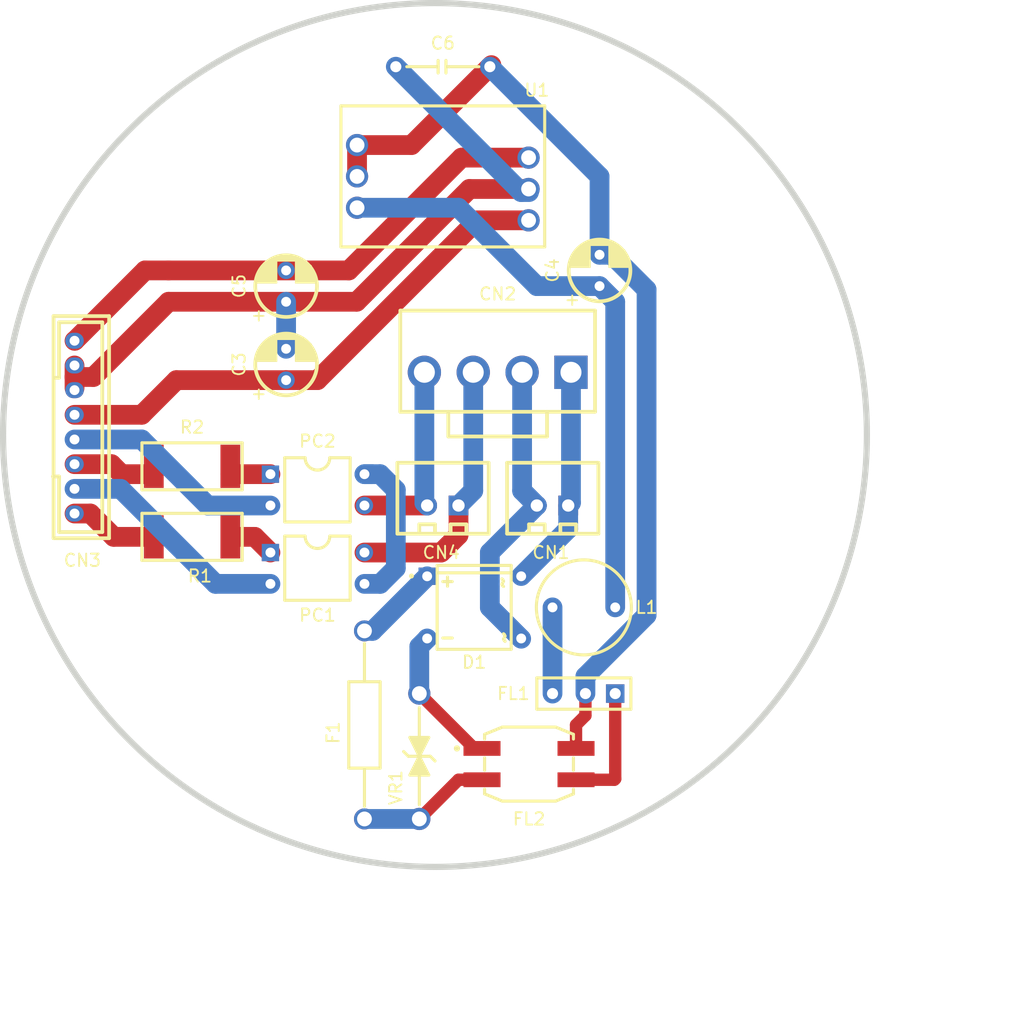
<source format=kicad_pcb>
(kicad_pcb (version 20171130) (host pcbnew "(5.1.10)-1")

  (general
    (thickness 1.6)
    (drawings 6)
    (tracks 92)
    (zones 0)
    (modules 23)
    (nets 22)
  )

  (page A4)
  (layers
    (0 F.Cu signal)
    (31 B.Cu signal)
    (32 B.Adhes user)
    (33 F.Adhes user)
    (34 B.Paste user)
    (35 F.Paste user)
    (36 B.SilkS user)
    (37 F.SilkS user)
    (38 B.Mask user)
    (39 F.Mask user)
    (40 Dwgs.User user)
    (41 Cmts.User user)
    (42 Eco1.User user)
    (43 Eco2.User user)
    (44 Edge.Cuts user)
    (45 Margin user)
    (46 B.CrtYd user)
    (47 F.CrtYd user)
    (48 B.Fab user)
    (49 F.Fab user hide)
  )

  (setup
    (last_trace_width 0.25)
    (user_trace_width 0.5)
    (user_trace_width 1)
    (user_trace_width 1.6)
    (trace_clearance 0.2)
    (zone_clearance 0.508)
    (zone_45_only no)
    (trace_min 0.2)
    (via_size 0.8)
    (via_drill 0.4)
    (via_min_size 0.4)
    (via_min_drill 0.3)
    (user_via 0.6 0.3)
    (user_via 1 0.5)
    (uvia_size 0.3)
    (uvia_drill 0.1)
    (uvias_allowed no)
    (uvia_min_size 0.2)
    (uvia_min_drill 0.1)
    (edge_width 0.05)
    (segment_width 0.2)
    (pcb_text_width 0.3)
    (pcb_text_size 1.5 1.5)
    (mod_edge_width 0.12)
    (mod_text_size 1 1)
    (mod_text_width 0.15)
    (pad_size 3.5 3.5)
    (pad_drill 3.5)
    (pad_to_mask_clearance 0)
    (aux_axis_origin 0 0)
    (visible_elements 7FFFFFFF)
    (pcbplotparams
      (layerselection 0x010fc_ffffffff)
      (usegerberextensions false)
      (usegerberattributes true)
      (usegerberadvancedattributes true)
      (creategerberjobfile true)
      (excludeedgelayer true)
      (linewidth 0.100000)
      (plotframeref false)
      (viasonmask false)
      (mode 1)
      (useauxorigin false)
      (hpglpennumber 1)
      (hpglpenspeed 20)
      (hpglpendiameter 15.000000)
      (psnegative false)
      (psa4output false)
      (plotreference true)
      (plotvalue true)
      (plotinvisibletext false)
      (padsonsilk false)
      (subtractmaskfromsilk false)
      (outputformat 1)
      (mirror false)
      (drillshape 1)
      (scaleselection 1)
      (outputdirectory ""))
  )

  (net 0 "")
  (net 1 +12V)
  (net 2 GND)
  (net 3 "Net-(C4-Pad1)")
  (net 4 -12V)
  (net 5 "Net-(CN1-Pad2)")
  (net 6 "Net-(CN1-Pad1)")
  (net 7 /TRIP_P)
  (net 8 /TRIP_N)
  (net 9 /O_C_N2)
  (net 10 /O_C_P2)
  (net 11 /O_C_N1)
  (net 12 /O_C_P1)
  (net 13 "Net-(D1-Pad1)")
  (net 14 "Net-(D1-Pad4)")
  (net 15 "Net-(F1-Pad2)")
  (net 16 "Net-(FL1-Pad3)")
  (net 17 "Net-(FL1-Pad1)")
  (net 18 "Net-(PC1-Pad1)")
  (net 19 "Net-(PC1-Pad3)")
  (net 20 "Net-(PC2-Pad1)")
  (net 21 "Net-(C4-Pad2)")

  (net_class Default "This is the default net class."
    (clearance 0.2)
    (trace_width 0.25)
    (via_dia 0.8)
    (via_drill 0.4)
    (uvia_dia 0.3)
    (uvia_drill 0.1)
    (add_net +12V)
    (add_net -12V)
    (add_net /O_C_N1)
    (add_net /O_C_N2)
    (add_net /O_C_P1)
    (add_net /O_C_P2)
    (add_net /TRIP_N)
    (add_net /TRIP_P)
    (add_net GND)
    (add_net "Net-(C4-Pad1)")
    (add_net "Net-(C4-Pad2)")
    (add_net "Net-(CN1-Pad1)")
    (add_net "Net-(CN1-Pad2)")
    (add_net "Net-(D1-Pad1)")
    (add_net "Net-(D1-Pad4)")
    (add_net "Net-(F1-Pad2)")
    (add_net "Net-(FL1-Pad1)")
    (add_net "Net-(FL1-Pad3)")
    (add_net "Net-(PC1-Pad1)")
    (add_net "Net-(PC1-Pad3)")
    (add_net "Net-(PC2-Pad1)")
  )

  (module C:10uF-16v (layer F.Cu) (tedit 620F42B1) (tstamp 62432FB9)
    (at 127.635 92.075 90)
    (path /62447313)
    (fp_text reference C5 (at 0 -3.81 90) (layer F.SilkS)
      (effects (font (size 1 1) (thickness 0.15)))
    )
    (fp_text value 47uF/25V (at -5.842 -3.548 90) (layer F.Fab)
      (effects (font (size 1 1) (thickness 0.15)))
    )
    (fp_circle (center 0 0) (end 2.5 0) (layer F.SilkS) (width 0.3))
    (fp_poly (pts (xy 0.889 -2.413) (xy 1.778 -1.778) (xy 2.413 -0.762) (xy 2.413 0.762)
      (xy 1.651 2.032) (xy 0.254 2.413) (xy 0.254 0.762) (xy 2.032 0.762)
      (xy 2.032 -0.762) (xy 0.254 -0.762) (xy 0.254 -2.54)) (layer F.SilkS) (width 0.1))
    (fp_text user + (at -2.413 -2.286 90) (layer F.SilkS)
      (effects (font (size 1 1) (thickness 0.15)))
    )
    (pad 2 thru_hole circle (at 1.27 0 90) (size 1.4 1.4) (drill 0.8) (layers *.Cu *.Mask)
      (net 4 -12V))
    (pad 1 thru_hole circle (at -1.27 0 90) (size 1.4 1.4) (drill 0.8) (layers *.Cu *.Mask)
      (net 2 GND))
  )

  (module C:10uF-16v (layer F.Cu) (tedit 620F42B1) (tstamp 62433C1D)
    (at 153.035 90.805 90)
    (path /62427F4B)
    (fp_text reference C4 (at 0 -3.81 90) (layer F.SilkS)
      (effects (font (size 1 1) (thickness 0.15)))
    )
    (fp_text value 4.7uF/50V (at -5.842 -3.548 90) (layer F.Fab)
      (effects (font (size 1 1) (thickness 0.15)))
    )
    (fp_circle (center 0 0) (end 2.5 0) (layer F.SilkS) (width 0.3))
    (fp_poly (pts (xy 0.889 -2.413) (xy 1.778 -1.778) (xy 2.413 -0.762) (xy 2.413 0.762)
      (xy 1.651 2.032) (xy 0.254 2.413) (xy 0.254 0.762) (xy 2.032 0.762)
      (xy 2.032 -0.762) (xy 0.254 -0.762) (xy 0.254 -2.54)) (layer F.SilkS) (width 0.1))
    (fp_text user + (at -2.413 -2.286 90) (layer F.SilkS)
      (effects (font (size 1 1) (thickness 0.15)))
    )
    (pad 2 thru_hole circle (at 1.27 0 90) (size 1.4 1.4) (drill 0.8) (layers *.Cu *.Mask)
      (net 21 "Net-(C4-Pad2)"))
    (pad 1 thru_hole circle (at -1.27 0 90) (size 1.4 1.4) (drill 0.8) (layers *.Cu *.Mask)
      (net 3 "Net-(C4-Pad1)"))
  )

  (module C:10uF-16v (layer F.Cu) (tedit 620F42B1) (tstamp 62432D78)
    (at 127.635 98.425 90)
    (path /62447108)
    (fp_text reference C3 (at 0 -3.81 90) (layer F.SilkS)
      (effects (font (size 1 1) (thickness 0.15)))
    )
    (fp_text value 47uF/25V (at -5.842 -3.548 90) (layer F.Fab)
      (effects (font (size 1 1) (thickness 0.15)))
    )
    (fp_circle (center 0 0) (end 2.5 0) (layer F.SilkS) (width 0.3))
    (fp_poly (pts (xy 0.889 -2.413) (xy 1.778 -1.778) (xy 2.413 -0.762) (xy 2.413 0.762)
      (xy 1.651 2.032) (xy 0.254 2.413) (xy 0.254 0.762) (xy 2.032 0.762)
      (xy 2.032 -0.762) (xy 0.254 -0.762) (xy 0.254 -2.54)) (layer F.SilkS) (width 0.1))
    (fp_text user + (at -2.413 -2.286 90) (layer F.SilkS)
      (effects (font (size 1 1) (thickness 0.15)))
    )
    (pad 2 thru_hole circle (at 1.27 0 90) (size 1.4 1.4) (drill 0.8) (layers *.Cu *.Mask)
      (net 2 GND))
    (pad 1 thru_hole circle (at -1.27 0 90) (size 1.4 1.4) (drill 0.8) (layers *.Cu *.Mask)
      (net 1 +12V))
  )

  (module MountingHole:MountingHole_3.5mm (layer F.Cu) (tedit 56D1B4CB) (tstamp 624327CF)
    (at 119.7 84.14)
    (descr "Mounting Hole 3.5mm, no annular")
    (tags "mounting hole 3.5mm no annular")
    (attr virtual)
    (fp_text reference REF** (at 0 -4.5) (layer F.SilkS) hide
      (effects (font (size 1 1) (thickness 0.15)))
    )
    (fp_text value MountingHole_3.5mm (at 0 4.5) (layer F.Fab) hide
      (effects (font (size 1 1) (thickness 0.15)))
    )
    (fp_circle (center 0 0) (end 3.75 0) (layer F.CrtYd) (width 0.05))
    (fp_circle (center 0 0) (end 3.5 0) (layer Cmts.User) (width 0.15))
    (fp_text user %R (at 0.3 0) (layer F.Fab) hide
      (effects (font (size 1 1) (thickness 0.15)))
    )
    (pad 1 np_thru_hole circle (at 0 0) (size 3.5 3.5) (drill 3.5) (layers *.Cu *.Mask))
  )

  (module MountingHole:MountingHole_3.5mm (layer F.Cu) (tedit 56D1B4CB) (tstamp 62432760)
    (at 119.7 124.14)
    (descr "Mounting Hole 3.5mm, no annular")
    (tags "mounting hole 3.5mm no annular")
    (attr virtual)
    (fp_text reference REF** (at 0 -4.5) (layer F.SilkS) hide
      (effects (font (size 1 1) (thickness 0.15)))
    )
    (fp_text value MountingHole_3.5mm (at 0 4.5) (layer F.Fab) hide
      (effects (font (size 1 1) (thickness 0.15)))
    )
    (fp_circle (center 0 0) (end 3.75 0) (layer F.CrtYd) (width 0.05))
    (fp_circle (center 0 0) (end 3.5 0) (layer Cmts.User) (width 0.15))
    (fp_text user %R (at 0.3 0) (layer F.Fab) hide
      (effects (font (size 1 1) (thickness 0.15)))
    )
    (pad 1 np_thru_hole circle (at 0 0) (size 3.5 3.5) (drill 3.5) (layers *.Cu *.Mask))
  )

  (module MountingHole:MountingHole_3.5mm (layer F.Cu) (tedit 56D1B4CB) (tstamp 62432760)
    (at 159.7 124.14)
    (descr "Mounting Hole 3.5mm, no annular")
    (tags "mounting hole 3.5mm no annular")
    (attr virtual)
    (fp_text reference REF** (at 0 -4.5) (layer F.SilkS) hide
      (effects (font (size 1 1) (thickness 0.15)))
    )
    (fp_text value MountingHole_3.5mm (at 0 4.5) (layer F.Fab) hide
      (effects (font (size 1 1) (thickness 0.15)))
    )
    (fp_circle (center 0 0) (end 3.75 0) (layer F.CrtYd) (width 0.05))
    (fp_circle (center 0 0) (end 3.5 0) (layer Cmts.User) (width 0.15))
    (fp_text user %R (at 0.3 0) (layer F.Fab) hide
      (effects (font (size 1 1) (thickness 0.15)))
    )
    (pad 1 np_thru_hole circle (at 0 0) (size 3.5 3.5) (drill 3.5) (layers *.Cu *.Mask))
  )

  (module MountingHole:MountingHole_3.5mm (layer F.Cu) (tedit 56D1B4CB) (tstamp 6243271E)
    (at 159.7 84.14)
    (descr "Mounting Hole 3.5mm, no annular")
    (tags "mounting hole 3.5mm no annular")
    (attr virtual)
    (fp_text reference REF** (at 0 -4.5) (layer F.SilkS) hide
      (effects (font (size 1 1) (thickness 0.15)))
    )
    (fp_text value MountingHole_3.5mm (at 0 4.5) (layer F.Fab) hide
      (effects (font (size 1 1) (thickness 0.15)))
    )
    (fp_circle (center 0 0) (end 3.75 0) (layer F.CrtYd) (width 0.05))
    (fp_circle (center 0 0) (end 3.5 0) (layer Cmts.User) (width 0.15))
    (fp_text user %R (at 0.3 0) (layer F.Fab) hide
      (effects (font (size 1 1) (thickness 0.15)))
    )
    (pad 1 np_thru_hole circle (at 0 0) (size 3.5 3.5) (drill 3.5) (layers *.Cu *.Mask))
  )

  (module Diode_custom:z2033 (layer F.Cu) (tedit 62428B75) (tstamp 62432281)
    (at 138.43 130.175 90)
    (path /62426C2B)
    (fp_text reference VR1 (at -2.54 -1.905 90) (layer F.SilkS)
      (effects (font (size 1 1) (thickness 0.15)))
    )
    (fp_text value Z2033 (at 0.127 -3.548 90) (layer F.Fab)
      (effects (font (size 1 1) (thickness 0.15)))
    )
    (fp_poly (pts (xy 0 0) (xy 1.524 -0.762) (xy 1.524 0.635)) (layer F.SilkS) (width 0.1))
    (fp_poly (pts (xy 0 0) (xy -1.524 0.762) (xy -1.524 -0.635)) (layer F.SilkS) (width 0.1))
    (fp_line (start -1.524 0) (end -3.937 0) (layer F.SilkS) (width 0.25))
    (fp_line (start 1.524 0) (end 3.937 0) (layer F.SilkS) (width 0.25))
    (fp_line (start 0.381 -1.27) (end 0 -0.889) (layer F.SilkS) (width 0.25))
    (fp_line (start 0 0.889) (end -0.381 1.27) (layer F.SilkS) (width 0.25))
    (fp_line (start 0 -0.889) (end 0 0.889) (layer F.SilkS) (width 0.25))
    (fp_line (start 0 0) (end 1.524 0.762) (layer F.SilkS) (width 0.25))
    (fp_line (start 1.524 -0.762) (end 0 0) (layer F.SilkS) (width 0.25))
    (fp_line (start 1.524 0.762) (end 1.524 -0.762) (layer F.SilkS) (width 0.25))
    (fp_line (start 0 0) (end -1.524 -0.762) (layer F.SilkS) (width 0.25))
    (fp_line (start -1.524 0.762) (end 0 0) (layer F.SilkS) (width 0.25))
    (fp_line (start -1.524 -0.762) (end -1.524 0.762) (layer F.SilkS) (width 0.25))
    (pad 2 thru_hole circle (at 5.08 0 90) (size 1.8 1.8) (drill 1.2) (layers *.Cu *.Mask)
      (net 14 "Net-(D1-Pad4)"))
    (pad 1 thru_hole circle (at -5.08 0 90) (size 1.8 1.8) (drill 1.2) (layers *.Cu *.Mask)
      (net 15 "Net-(F1-Pad2)"))
  )

  (module DC-DC_Converter:CCG3-24-12DF (layer F.Cu) (tedit 62428774) (tstamp 6243226E)
    (at 140.335 83.185)
    (path /62428241)
    (fp_text reference U1 (at 7.62 -6.985) (layer F.SilkS)
      (effects (font (size 1 1) (thickness 0.15)))
    )
    (fp_text value CCG3-24-12DF (at -1.27 -11.168) (layer F.Fab)
      (effects (font (size 1 1) (thickness 0.15)))
    )
    (fp_line (start 8.255 -5.715) (end 8.255 5.715) (layer F.SilkS) (width 0.25))
    (fp_line (start -8.255 -5.715) (end -8.255 5.715) (layer F.SilkS) (width 0.25))
    (fp_line (start 8.255 -5.715) (end -8.255 -5.715) (layer F.SilkS) (width 0.25))
    (fp_line (start 8.255 5.715) (end -8.255 5.715) (layer F.SilkS) (width 0.25))
    (pad 6 thru_hole circle (at 6.95 3.56) (size 1.8 1.8) (drill 1.2) (layers *.Cu *.Mask)
      (net 1 +12V))
    (pad 4 thru_hole circle (at 6.95 -1.52) (size 1.8 1.8) (drill 1.2) (layers *.Cu *.Mask)
      (net 4 -12V))
    (pad 5 thru_hole circle (at 6.95 1.02) (size 1.8 1.8) (drill 1.2) (layers *.Cu *.Mask)
      (net 2 GND))
    (pad 3 thru_hole circle (at -6.95 2.54) (size 1.8 1.8) (drill 1.2) (layers *.Cu *.Mask)
      (net 3 "Net-(C4-Pad1)"))
    (pad 2 thru_hole circle (at -6.95 0) (size 1.8 1.8) (drill 1.2) (layers *.Cu *.Mask)
      (net 21 "Net-(C4-Pad2)"))
    (pad 1 thru_hole circle (at -6.95 -2.54) (size 1.8 1.8) (drill 1.2) (layers *.Cu *.Mask)
      (net 21 "Net-(C4-Pad2)"))
  )

  (module R:RK73-2512 (layer F.Cu) (tedit 624273C7) (tstamp 62433DA9)
    (at 120.015 106.68)
    (path /6248E99B)
    (fp_text reference R2 (at 0 -3.175) (layer F.SilkS)
      (effects (font (size 1 1) (thickness 0.15)))
    )
    (fp_text value "510 1W" (at 0.635 -6.85) (layer F.Fab)
      (effects (font (size 1 1) (thickness 0.15)))
    )
    (fp_line (start -4.064 1.905) (end 4.064 1.905) (layer F.SilkS) (width 0.25))
    (fp_line (start -4.064 -1.905) (end 4.064 -1.905) (layer F.SilkS) (width 0.25))
    (fp_line (start 4.064 -1.905) (end 4.064 1.905) (layer F.SilkS) (width 0.25))
    (fp_line (start -4.064 -1.905) (end -4.064 1.905) (layer F.SilkS) (width 0.25))
    (pad 1 smd rect (at -3.1 0) (size 1.6 3.5) (layers F.Cu F.Paste F.Mask)
      (net 10 /O_C_P2))
    (pad 2 smd rect (at 3.1 0) (size 1.6 3.5) (layers F.Cu F.Paste F.Mask)
      (net 20 "Net-(PC2-Pad1)"))
  )

  (module R:RK73-2512 (layer F.Cu) (tedit 624273C7) (tstamp 62432256)
    (at 120.015 112.395)
    (path /62428DF8)
    (fp_text reference R1 (at 0.635 3.175) (layer F.SilkS)
      (effects (font (size 1 1) (thickness 0.15)))
    )
    (fp_text value "510 1W" (at 0.635 -6.85) (layer F.Fab)
      (effects (font (size 1 1) (thickness 0.15)))
    )
    (fp_line (start -4.064 1.905) (end 4.064 1.905) (layer F.SilkS) (width 0.25))
    (fp_line (start -4.064 -1.905) (end 4.064 -1.905) (layer F.SilkS) (width 0.25))
    (fp_line (start 4.064 -1.905) (end 4.064 1.905) (layer F.SilkS) (width 0.25))
    (fp_line (start -4.064 -1.905) (end -4.064 1.905) (layer F.SilkS) (width 0.25))
    (pad 1 smd rect (at -3.1 0) (size 1.6 3.5) (layers F.Cu F.Paste F.Mask)
      (net 12 /O_C_P1))
    (pad 2 smd rect (at 3.1 0) (size 1.6 3.5) (layers F.Cu F.Paste F.Mask)
      (net 18 "Net-(PC1-Pad1)"))
  )

  (module PhotoCoupler:PC817X3NSZ0F (layer F.Cu) (tedit 624270C6) (tstamp 6243224C)
    (at 126.365 107.315)
    (path /6248E995)
    (fp_text reference PC2 (at 3.81 -2.675) (layer F.SilkS)
      (effects (font (size 1 1) (thickness 0.15)))
    )
    (fp_text value PC817X3NSZ0F (at 3.81 -3.675) (layer F.Fab)
      (effects (font (size 1 1) (thickness 0.15)))
    )
    (fp_line (start 1.16 -1.33) (end 1.16 3.87) (layer F.SilkS) (width 0.25))
    (fp_line (start 6.46 -1.33) (end 4.81 -1.33) (layer F.SilkS) (width 0.25))
    (fp_line (start 2.81 -1.33) (end 1.16 -1.33) (layer F.SilkS) (width 0.25))
    (fp_line (start 1.16 3.87) (end 6.46 3.87) (layer F.SilkS) (width 0.25))
    (fp_line (start 6.46 3.87) (end 6.46 -1.33) (layer F.SilkS) (width 0.25))
    (fp_arc (start 3.81 -1.33) (end 2.81 -1.33) (angle -180) (layer F.SilkS) (width 0.25))
    (pad 1 thru_hole rect (at 0 0) (size 1.4 1.4) (drill 0.8) (layers *.Cu *.Mask)
      (net 20 "Net-(PC2-Pad1)"))
    (pad 3 thru_hole circle (at 7.62 2.54) (size 1.4 1.4) (drill 0.8) (layers *.Cu *.Mask)
      (net 8 /TRIP_N))
    (pad 2 thru_hole circle (at 0 2.54) (size 1.4 1.4) (drill 0.8) (layers *.Cu *.Mask)
      (net 9 /O_C_N2))
    (pad 4 thru_hole circle (at 7.62 0) (size 1.4 1.4) (drill 0.8) (layers *.Cu *.Mask)
      (net 19 "Net-(PC1-Pad3)"))
  )

  (module PhotoCoupler:PC817X3NSZ0F (layer F.Cu) (tedit 624270C6) (tstamp 6243223E)
    (at 126.365 113.665)
    (path /62423706)
    (fp_text reference PC1 (at 3.81 5.08) (layer F.SilkS)
      (effects (font (size 1 1) (thickness 0.15)))
    )
    (fp_text value PC817X3NSZ0F (at 3.81 -3.675) (layer F.Fab)
      (effects (font (size 1 1) (thickness 0.15)))
    )
    (fp_line (start 1.16 -1.33) (end 1.16 3.87) (layer F.SilkS) (width 0.25))
    (fp_line (start 6.46 -1.33) (end 4.81 -1.33) (layer F.SilkS) (width 0.25))
    (fp_line (start 2.81 -1.33) (end 1.16 -1.33) (layer F.SilkS) (width 0.25))
    (fp_line (start 1.16 3.87) (end 6.46 3.87) (layer F.SilkS) (width 0.25))
    (fp_line (start 6.46 3.87) (end 6.46 -1.33) (layer F.SilkS) (width 0.25))
    (fp_arc (start 3.81 -1.33) (end 2.81 -1.33) (angle -180) (layer F.SilkS) (width 0.25))
    (pad 1 thru_hole rect (at 0 0) (size 1.4 1.4) (drill 0.8) (layers *.Cu *.Mask)
      (net 18 "Net-(PC1-Pad1)"))
    (pad 3 thru_hole circle (at 7.62 2.54) (size 1.4 1.4) (drill 0.8) (layers *.Cu *.Mask)
      (net 19 "Net-(PC1-Pad3)"))
    (pad 2 thru_hole circle (at 0 2.54) (size 1.4 1.4) (drill 0.8) (layers *.Cu *.Mask)
      (net 11 /O_C_N1))
    (pad 4 thru_hole circle (at 7.62 0) (size 1.4 1.4) (drill 0.8) (layers *.Cu *.Mask)
      (net 7 /TRIP_P))
  )

  (module Inductance:TSL0709RA-220K1R3 (layer F.Cu) (tedit 62426F19) (tstamp 62432230)
    (at 151.765 118.11)
    (path /62427640)
    (fp_text reference L1 (at 5.08 0) (layer F.SilkS)
      (effects (font (size 1 1) (thickness 0.15)))
    )
    (fp_text value 22uH (at 0 -10.787) (layer F.Fab)
      (effects (font (size 1 1) (thickness 0.15)))
    )
    (fp_circle (center 0 0) (end 3.85 0) (layer F.SilkS) (width 0.25))
    (pad 2 thru_hole circle (at 2.54 0) (size 1.4 1.4) (drill 0.8) (layers *.Cu *.Mask)
      (net 3 "Net-(C4-Pad1)"))
    (pad 1 thru_hole circle (at -2.54 0) (size 1.4 1.4) (drill 0.8) (layers *.Cu *.Mask)
      (net 16 "Net-(FL1-Pad3)"))
  )

  (module PowerFilter:50225C (layer F.Cu) (tedit 62426D05) (tstamp 62433F20)
    (at 147.32 130.81)
    (path /624421B5)
    (fp_text reference FL2 (at 0 4.445) (layer F.SilkS)
      (effects (font (size 1 1) (thickness 0.15)))
    )
    (fp_text value 50225C (at 0 -7.485) (layer F.Fab)
      (effects (font (size 1 1) (thickness 0.15)))
    )
    (fp_line (start 3.6 -2.413) (end 2.159 -3) (layer F.SilkS) (width 0.25))
    (fp_line (start -2.159 -3) (end 2.159 -3) (layer F.SilkS) (width 0.25))
    (fp_line (start -3.6 -2.413) (end -2.159 -3) (layer F.SilkS) (width 0.25))
    (fp_line (start -3.6 -2.413) (end -3.6 -2.032) (layer F.SilkS) (width 0.25))
    (fp_line (start 3.6 -2.413) (end 3.6 -2.032) (layer F.SilkS) (width 0.25))
    (fp_line (start 3.6 2.413) (end 2.159 3) (layer F.SilkS) (width 0.25))
    (fp_line (start 3.6 2.413) (end 3.6 2.032) (layer F.SilkS) (width 0.25))
    (fp_line (start -3.6 2.413) (end -2.159 3) (layer F.SilkS) (width 0.25))
    (fp_line (start 3.6 -0.508) (end 3.6 0.508) (layer F.SilkS) (width 0.25))
    (fp_line (start -3.6 2.413) (end -3.6 2.032) (layer F.SilkS) (width 0.25))
    (fp_line (start -3.6 -0.508) (end -3.6 0.508) (layer F.SilkS) (width 0.25))
    (fp_line (start 2.159 3) (end -2.159 3) (layer F.SilkS) (width 0.25))
    (fp_circle (center -5.842 -1.27) (end -5.969 -1.27) (layer F.SilkS) (width 0.25))
    (pad 3 smd rect (at 3.81 1.27) (size 3 1.2) (layers F.Cu F.Paste F.Mask)
      (net 17 "Net-(FL1-Pad1)"))
    (pad 2 smd rect (at -3.81 1.27) (size 3 1.2) (layers F.Cu F.Paste F.Mask)
      (net 15 "Net-(F1-Pad2)"))
    (pad 4 smd rect (at 3.81 -1.27) (size 3 1.2) (layers F.Cu F.Paste F.Mask)
      (net 21 "Net-(C4-Pad2)"))
    (pad 1 smd rect (at -3.81 -1.27) (size 3 1.2) (layers F.Cu F.Paste F.Mask)
      (net 14 "Net-(D1-Pad4)"))
  )

  (module filter:DSS6NZ82A103Q55B (layer F.Cu) (tedit 62426711) (tstamp 62432214)
    (at 151.765 125.095 180)
    (path /624272AF)
    (fp_text reference FL1 (at 5.715 0) (layer F.SilkS)
      (effects (font (size 1 1) (thickness 0.15)))
    )
    (fp_text value DSS6NZ82A103Q55B (at 0 -11.549) (layer F.Fab)
      (effects (font (size 1 1) (thickness 0.15)))
    )
    (fp_line (start 3.81 -1.27) (end 3.81 1.27) (layer F.SilkS) (width 0.25))
    (fp_line (start 3.81 -1.27) (end -3.81 -1.27) (layer F.SilkS) (width 0.25))
    (fp_line (start 3.81 1.27) (end -3.81 1.27) (layer F.SilkS) (width 0.25))
    (fp_line (start -3.81 -1.27) (end -3.81 1.27) (layer F.SilkS) (width 0.25))
    (pad 3 thru_hole circle (at 2.54 0 180) (size 1.5 1.5) (drill 0.9) (layers *.Cu *.Mask)
      (net 16 "Net-(FL1-Pad3)"))
    (pad 2 thru_hole circle (at -0.127 0 180) (size 1.5 1.5) (drill 0.9) (layers *.Cu *.Mask)
      (net 21 "Net-(C4-Pad2)"))
    (pad 1 thru_hole rect (at -2.54 0 180) (size 1.5 1.5) (drill 0.9) (layers *.Cu *.Mask)
      (net 17 "Net-(FL1-Pad1)"))
  )

  (module fuse:25RF-500mA (layer F.Cu) (tedit 624263F4) (tstamp 624333F4)
    (at 133.985 127.635 270)
    (path /62426597)
    (fp_text reference F1 (at 0.635 2.54 90) (layer F.SilkS)
      (effects (font (size 1 1) (thickness 0.15)))
    )
    (fp_text value "25RF 500mA" (at 0.381 -3.294 90) (layer F.Fab)
      (effects (font (size 1 1) (thickness 0.15)))
    )
    (fp_line (start -6.604 0) (end -3.556 0) (layer F.SilkS) (width 0.25))
    (fp_line (start 3.556 0) (end 6.604 0) (layer F.SilkS) (width 0.25))
    (fp_line (start 3.5 1.27) (end 3.5 -1.27) (layer F.SilkS) (width 0.25))
    (fp_line (start 3.5 -1.27) (end -3.5 -1.27) (layer F.SilkS) (width 0.25))
    (fp_line (start -3.5 1.27) (end -3.5 -1.27) (layer F.SilkS) (width 0.25))
    (fp_line (start 3.5 1.27) (end -3.5 1.27) (layer F.SilkS) (width 0.25))
    (pad 2 thru_hole circle (at 7.62 0 270) (size 1.7 1.7) (drill 1.2) (layers *.Cu *.Mask)
      (net 15 "Net-(F1-Pad2)"))
    (pad 1 thru_hole circle (at -7.62 0 270) (size 1.7 1.7) (drill 1.2) (layers *.Cu *.Mask)
      (net 13 "Net-(D1-Pad1)"))
  )

  (module Diode_custom:DiodeBrigde (layer F.Cu) (tedit 62426064) (tstamp 624335B6)
    (at 142.875 118.11)
    (path /62425FCB)
    (fp_text reference D1 (at 0 4.445) (layer F.SilkS)
      (effects (font (size 1 1) (thickness 0.15)))
    )
    (fp_text value S1NB60 (at 0 5.08) (layer F.Fab)
      (effects (font (size 1 1) (thickness 0.15)))
    )
    (fp_line (start -3 -2.8) (end 3 -2.8) (layer F.SilkS) (width 0.25))
    (fp_line (start 3 3.4) (end 3 -3.4) (layer F.SilkS) (width 0.25))
    (fp_line (start -3 -3.4) (end 3 -3.4) (layer F.SilkS) (width 0.25))
    (fp_line (start -3 3.4) (end -3 -3.4) (layer F.SilkS) (width 0.25))
    (fp_line (start -3 3.4) (end 3 3.4) (layer F.SilkS) (width 0.25))
    (fp_circle (center -5.08 -2.54) (end -4.98 -2.54) (layer F.SilkS) (width 0.2))
    (fp_text user ~~ (at 2.413 2.413 90) (layer F.SilkS)
      (effects (font (size 1.3 1.3) (thickness 0.25)))
    )
    (fp_text user ~~ (at 2.286 -2.032 90) (layer F.SilkS)
      (effects (font (size 1.3 1.3) (thickness 0.25)))
    )
    (fp_text user - (at -2.159 2.413) (layer F.SilkS)
      (effects (font (size 1 1) (thickness 0.25)))
    )
    (fp_text user + (at -2.159 -2.159) (layer F.SilkS)
      (effects (font (size 1 1) (thickness 0.25)))
    )
    (pad 1 thru_hole rect (at -3.81 -2.52) (size 1.4 1.4) (drill 0.8) (layers *.Cu *.Mask)
      (net 13 "Net-(D1-Pad1)"))
    (pad 4 thru_hole circle (at -3.81 2.52) (size 1.4 1.4) (drill 0.8) (layers *.Cu *.Mask)
      (net 14 "Net-(D1-Pad4)"))
    (pad 3 thru_hole circle (at 3.81 2.52) (size 1.4 1.4) (drill 0.8) (layers *.Cu *.Mask)
      (net 5 "Net-(CN1-Pad2)"))
    (pad 2 thru_hole circle (at 3.81 -2.52) (size 1.4 1.4) (drill 0.8) (layers *.Cu *.Mask)
      (net 6 "Net-(CN1-Pad1)"))
  )

  (module XH_connector:XH-2pins (layer F.Cu) (tedit 60CC446D) (tstamp 624335E7)
    (at 140.208 109.855 270)
    (path /62490209)
    (fp_text reference CN4 (at 3.81 0 180) (layer F.SilkS)
      (effects (font (size 1 1) (thickness 0.15)))
    )
    (fp_text value B2B-XH-A (at 0 4.699 90) (layer F.Fab)
      (effects (font (size 1 1) (thickness 0.15)))
    )
    (fp_line (start 1.524 1.778) (end 2.286 1.778) (layer F.SilkS) (width 0.3))
    (fp_line (start 1.524 0.508) (end 1.524 1.778) (layer F.SilkS) (width 0.3))
    (fp_line (start 2.286 0.508) (end 1.524 0.508) (layer F.SilkS) (width 0.3))
    (fp_line (start 1.524 -0.762) (end 2.286 -0.762) (layer F.SilkS) (width 0.3))
    (fp_line (start 1.524 -2.032) (end 1.524 -0.762) (layer F.SilkS) (width 0.3))
    (fp_line (start 2.286 -2.032) (end 1.524 -2.032) (layer F.SilkS) (width 0.3))
    (fp_line (start -3.464 -3.844) (end -3.464 3.556) (layer F.SilkS) (width 0.3))
    (fp_line (start -3.464 -3.844) (end 2.286 -3.844) (layer F.SilkS) (width 0.3))
    (fp_line (start 2.286 -3.844) (end 2.286 3.556) (layer F.SilkS) (width 0.3))
    (fp_line (start -3.464 3.556) (end 2.286 3.556) (layer F.SilkS) (width 0.3))
    (pad 2 thru_hole circle (at 0 1.143 270) (size 1.6 1.6) (drill 1) (layers *.Cu *.Mask)
      (net 8 /TRIP_N))
    (pad 1 thru_hole rect (at 0 -1.397 270) (size 1.6 1.6) (drill 1) (layers *.Cu *.Mask)
      (net 7 /TRIP_P))
  )

  (module VH_connector:cn_B8B-PH-K-S (layer F.Cu) (tedit 59D710B3) (tstamp 624321DB)
    (at 110.49 103.505 90)
    (path /6242856B)
    (fp_text reference CN3 (at -10.795 0.635 180) (layer F.SilkS)
      (effects (font (size 1 1) (thickness 0.15)))
    )
    (fp_text value B8B-PH-K-S (at 0 3.81 90) (layer F.Fab)
      (effects (font (size 1 1) (thickness 0.15)))
    )
    (fp_line (start 9 -1.7) (end -9 -1.7) (layer F.SilkS) (width 0.3))
    (fp_line (start 9 2.8) (end 9 -1.7) (layer F.SilkS) (width 0.3))
    (fp_line (start -9 2.8) (end 9 2.8) (layer F.SilkS) (width 0.3))
    (fp_line (start -9 -1.7) (end -9 2.8) (layer F.SilkS) (width 0.3))
    (fp_line (start 4 -1.25) (end 4 -1.5) (layer F.SilkS) (width 0.3))
    (fp_line (start 8.5 -1.25) (end 4 -1.25) (layer F.SilkS) (width 0.3))
    (fp_line (start 8.5 2.25) (end 8.5 -1.25) (layer F.SilkS) (width 0.3))
    (fp_line (start -8.5 2.25) (end 8.5 2.25) (layer F.SilkS) (width 0.3))
    (fp_line (start -8.5 -1.25) (end -8.5 2.25) (layer F.SilkS) (width 0.3))
    (fp_line (start -4 -1.25) (end -8.5 -1.25) (layer F.SilkS) (width 0.3))
    (fp_line (start -4 -1.75) (end -4 -1.25) (layer F.SilkS) (width 0.3))
    (pad 8 thru_hole oval (at 7 0 90) (size 1.3 1.5) (drill 0.8) (layers *.Cu *.Mask)
      (net 4 -12V))
    (pad 7 thru_hole oval (at 5 0 90) (size 1.3 1.5) (drill 0.8) (layers *.Cu *.Mask)
      (net 2 GND))
    (pad 6 thru_hole oval (at 3 0 90) (size 1.3 1.5) (drill 0.8) (layers *.Cu *.Mask)
      (net 2 GND))
    (pad 5 thru_hole oval (at 1 0 90) (size 1.3 1.5) (drill 0.8) (layers *.Cu *.Mask)
      (net 1 +12V))
    (pad 4 thru_hole oval (at -1 0 90) (size 1.3 1.5) (drill 0.8) (layers *.Cu *.Mask)
      (net 9 /O_C_N2))
    (pad 3 thru_hole oval (at -3 0 90) (size 1.3 1.5) (drill 0.8) (layers *.Cu *.Mask)
      (net 10 /O_C_P2))
    (pad 2 thru_hole oval (at -5 0 90) (size 1.3 1.5) (drill 0.8) (layers *.Cu *.Mask)
      (net 11 /O_C_N1))
    (pad 1 thru_hole oval (at -7 0 90) (size 1.3 1.5) (drill 0.8) (layers *.Cu *.Mask)
      (net 12 /O_C_P1))
  )

  (module VH_connector:cn_B4P-VH (layer F.Cu) (tedit 59B77167) (tstamp 62433613)
    (at 144.78 99.06 180)
    (path /62424A38)
    (fp_text reference CN2 (at 0 6.35) (layer F.SilkS)
      (effects (font (size 1 1) (thickness 0.15)))
    )
    (fp_text value B4P-VH (at 0 6.35) (layer F.Fab)
      (effects (font (size 1 1) (thickness 0.15)))
    )
    (fp_line (start 7.89 -3.2) (end -7.89 -3.2) (layer F.SilkS) (width 0.3))
    (fp_line (start 7.89 5) (end 7.89 -3.2) (layer F.SilkS) (width 0.3))
    (fp_line (start -7.89 5) (end 7.89 5) (layer F.SilkS) (width 0.3))
    (fp_line (start -7.89 -3.2) (end -7.89 5) (layer F.SilkS) (width 0.3))
    (fp_line (start 4 -5.2) (end 4 -3.2) (layer F.SilkS) (width 0.3))
    (fp_line (start -4 -5.2) (end 4 -5.2) (layer F.SilkS) (width 0.3))
    (fp_line (start -4 -3.2) (end -4 -5.2) (layer F.SilkS) (width 0.3))
    (pad 1 thru_hole rect (at -5.94 0 180) (size 2.7 2.7) (drill 1.7) (layers *.Cu *.Mask)
      (net 6 "Net-(CN1-Pad1)"))
    (pad 2 thru_hole circle (at -1.98 0 180) (size 2.7 2.7) (drill 1.7) (layers *.Cu *.Mask)
      (net 5 "Net-(CN1-Pad2)"))
    (pad 3 thru_hole circle (at 1.98 0 180) (size 2.7 2.7) (drill 1.7) (layers *.Cu *.Mask)
      (net 7 /TRIP_P))
    (pad 4 thru_hole circle (at 5.94 0 180) (size 2.7 2.7) (drill 1.7) (layers *.Cu *.Mask)
      (net 8 /TRIP_N))
  )

  (module XH_connector:XH-2pins (layer F.Cu) (tedit 60CC446D) (tstamp 624321B5)
    (at 149.098 109.855 270)
    (path /624244FC)
    (fp_text reference CN1 (at 3.81 0 180) (layer F.SilkS)
      (effects (font (size 1 1) (thickness 0.15)))
    )
    (fp_text value B2B-XH-A (at 0 4.699 90) (layer F.Fab)
      (effects (font (size 1 1) (thickness 0.15)))
    )
    (fp_line (start 1.524 1.778) (end 2.286 1.778) (layer F.SilkS) (width 0.3))
    (fp_line (start 1.524 0.508) (end 1.524 1.778) (layer F.SilkS) (width 0.3))
    (fp_line (start 2.286 0.508) (end 1.524 0.508) (layer F.SilkS) (width 0.3))
    (fp_line (start 1.524 -0.762) (end 2.286 -0.762) (layer F.SilkS) (width 0.3))
    (fp_line (start 1.524 -2.032) (end 1.524 -0.762) (layer F.SilkS) (width 0.3))
    (fp_line (start 2.286 -2.032) (end 1.524 -2.032) (layer F.SilkS) (width 0.3))
    (fp_line (start -3.464 -3.844) (end -3.464 3.556) (layer F.SilkS) (width 0.3))
    (fp_line (start -3.464 -3.844) (end 2.286 -3.844) (layer F.SilkS) (width 0.3))
    (fp_line (start 2.286 -3.844) (end 2.286 3.556) (layer F.SilkS) (width 0.3))
    (fp_line (start -3.464 3.556) (end 2.286 3.556) (layer F.SilkS) (width 0.3))
    (pad 2 thru_hole circle (at 0 1.143 270) (size 1.6 1.6) (drill 1) (layers *.Cu *.Mask)
      (net 5 "Net-(CN1-Pad2)"))
    (pad 1 thru_hole rect (at 0 -1.397 270) (size 1.6 1.6) (drill 1) (layers *.Cu *.Mask)
      (net 6 "Net-(CN1-Pad1)"))
  )

  (module C:CK45-R3FD102K-NRA (layer F.Cu) (tedit 62424E4A) (tstamp 624321A5)
    (at 140.335 74.295)
    (path /62454D79)
    (fp_text reference C6 (at 0 -1.905) (layer F.SilkS)
      (effects (font (size 1 1) (thickness 0.15)))
    )
    (fp_text value 1000pF/3kV (at 0.254 -3.167) (layer F.Fab)
      (effects (font (size 1 1) (thickness 0.15)))
    )
    (fp_line (start 0.254 -0.508) (end 0.254 0.508) (layer F.SilkS) (width 0.25))
    (fp_line (start -0.381 -0.508) (end -0.381 0.508) (layer F.SilkS) (width 0.25))
    (fp_line (start 0.508 0) (end 0.381 0) (layer F.SilkS) (width 0.25))
    (fp_line (start -0.508 0) (end -0.381 0) (layer F.SilkS) (width 0.25))
    (fp_line (start 2.921 0) (end 0.508 0) (layer F.SilkS) (width 0.25))
    (fp_line (start -2.921 0) (end -0.508 0) (layer F.SilkS) (width 0.25))
    (pad 2 thru_hole circle (at 3.81 0) (size 1.5 1.5) (drill 0.9) (layers *.Cu *.Mask)
      (net 21 "Net-(C4-Pad2)"))
    (pad 1 thru_hole circle (at -3.81 0) (size 1.5 1.5) (drill 0.9) (layers *.Cu *.Mask)
      (net 2 GND))
  )

  (dimension 70 (width 0.15) (layer Dwgs.User)
    (gr_text "70.000 mm" (at 139.7 151.795) (layer Dwgs.User)
      (effects (font (size 1 1) (thickness 0.15)))
    )
    (feature1 (pts (xy 174.7 104.14) (xy 174.7 151.081421)))
    (feature2 (pts (xy 104.7 104.14) (xy 104.7 151.081421)))
    (crossbar (pts (xy 104.7 150.495) (xy 174.7 150.495)))
    (arrow1a (pts (xy 174.7 150.495) (xy 173.573496 151.081421)))
    (arrow1b (pts (xy 174.7 150.495) (xy 173.573496 149.908579)))
    (arrow2a (pts (xy 104.7 150.495) (xy 105.826504 151.081421)))
    (arrow2b (pts (xy 104.7 150.495) (xy 105.826504 149.908579)))
  )
  (gr_line (start 174.7 104.14) (end 104.7 104.14) (layer Dwgs.User) (width 0.15))
  (dimension 40 (width 0.15) (layer Dwgs.User)
    (gr_text "40.000 mm" (at 186.085 104.14 90) (layer Dwgs.User)
      (effects (font (size 1 1) (thickness 0.15)))
    )
    (feature1 (pts (xy 159.7 84.14) (xy 185.371421 84.14)))
    (feature2 (pts (xy 159.7 124.14) (xy 185.371421 124.14)))
    (crossbar (pts (xy 184.785 124.14) (xy 184.785 84.14)))
    (arrow1a (pts (xy 184.785 84.14) (xy 185.371421 85.266504)))
    (arrow1b (pts (xy 184.785 84.14) (xy 184.198579 85.266504)))
    (arrow2a (pts (xy 184.785 124.14) (xy 185.371421 123.013496)))
    (arrow2b (pts (xy 184.785 124.14) (xy 184.198579 123.013496)))
  )
  (dimension 40 (width 0.15) (layer Dwgs.User)
    (gr_text "40.000 mm" (at 139.7 146.715) (layer Dwgs.User)
      (effects (font (size 1 1) (thickness 0.15)))
    )
    (feature1 (pts (xy 159.7 124.14) (xy 159.7 146.001421)))
    (feature2 (pts (xy 119.7 124.14) (xy 119.7 146.001421)))
    (crossbar (pts (xy 119.7 145.415) (xy 159.7 145.415)))
    (arrow1a (pts (xy 159.7 145.415) (xy 158.573496 146.001421)))
    (arrow1b (pts (xy 159.7 145.415) (xy 158.573496 144.828579)))
    (arrow2a (pts (xy 119.7 145.415) (xy 120.826504 146.001421)))
    (arrow2b (pts (xy 119.7 145.415) (xy 120.826504 144.828579)))
  )
  (gr_circle (center 139.7 104.14) (end 172.078774 104.14) (layer Dwgs.User) (width 0.05))
  (gr_circle (center 139.7 104.14) (end 174.7 104.14) (layer Edge.Cuts) (width 0.5))

  (segment (start 147.285 86.745) (end 143.125 86.745) (width 1.6) (layer F.Cu) (net 1))
  (segment (start 143.125 86.745) (end 130.175 99.695) (width 1.6) (layer F.Cu) (net 1))
  (segment (start 130.175 99.695) (end 127.635 99.695) (width 1.6) (layer F.Cu) (net 1))
  (segment (start 115.935 102.505) (end 118.745 99.695) (width 1.6) (layer F.Cu) (net 1))
  (segment (start 110.49 102.505) (end 115.935 102.505) (width 1.6) (layer F.Cu) (net 1))
  (segment (start 127.635 99.695) (end 118.745 99.695) (width 1.6) (layer F.Cu) (net 1))
  (segment (start 118.11 93.345) (end 133.35 93.345) (width 1.6) (layer F.Cu) (net 2))
  (segment (start 142.49 84.205) (end 133.35 93.345) (width 1.6) (layer F.Cu) (net 2))
  (segment (start 147.285 84.205) (end 142.49 84.205) (width 1.6) (layer F.Cu) (net 2))
  (segment (start 136.525 74.295) (end 146.685 84.455) (width 1.6) (layer B.Cu) (net 2))
  (segment (start 146.685 84.455) (end 147.32 84.455) (width 1.6) (layer B.Cu) (net 2))
  (segment (start 112.014 99.441) (end 118.11 93.345) (width 1.6) (layer F.Cu) (net 2))
  (segment (start 110.49 99.441) (end 112.014 99.441) (width 1.6) (layer F.Cu) (net 2))
  (segment (start 110.49 98.505) (end 110.49 99.441) (width 1.6) (layer F.Cu) (net 2))
  (segment (start 110.49 99.441) (end 110.49 100.33) (width 1.6) (layer F.Cu) (net 2))
  (segment (start 127.635 93.345) (end 127.635 97.155) (width 1.6) (layer B.Cu) (net 2))
  (segment (start 147.955 92.075) (end 141.605 85.725) (width 1.6) (layer B.Cu) (net 3))
  (segment (start 141.605 85.725) (end 133.35 85.725) (width 1.6) (layer B.Cu) (net 3))
  (segment (start 153.035 92.075) (end 147.955 92.075) (width 1.6) (layer B.Cu) (net 3))
  (segment (start 153.035 92.075) (end 154.305 93.345) (width 1.6) (layer B.Cu) (net 3))
  (segment (start 154.305 93.345) (end 154.305 118.11) (width 1.6) (layer B.Cu) (net 3))
  (segment (start 110.505 96.505) (end 116.205 90.805) (width 1.6) (layer F.Cu) (net 4))
  (segment (start 116.205 90.805) (end 118.11 90.805) (width 1.6) (layer F.Cu) (net 4))
  (segment (start 118.11 90.805) (end 132.715 90.805) (width 1.6) (layer F.Cu) (net 4))
  (segment (start 141.855 81.665) (end 132.715 90.805) (width 1.6) (layer F.Cu) (net 4))
  (segment (start 147.285 81.665) (end 141.855 81.665) (width 1.6) (layer F.Cu) (net 4))
  (segment (start 110.49 96.505) (end 110.505 96.505) (width 1.6) (layer F.Cu) (net 4))
  (segment (start 146.76 99.06) (end 146.76 108.66) (width 1.6) (layer B.Cu) (net 5))
  (segment (start 146.76 108.66) (end 147.955 109.855) (width 1.6) (layer B.Cu) (net 5))
  (segment (start 147.955 109.855) (end 144.145 113.665) (width 1.6) (layer B.Cu) (net 5))
  (segment (start 144.145 113.665) (end 144.145 118.11) (width 1.6) (layer B.Cu) (net 5))
  (segment (start 144.145 118.11) (end 146.685 120.65) (width 1.6) (layer B.Cu) (net 5))
  (segment (start 150.72 99.06) (end 150.72 109.63) (width 1.6) (layer B.Cu) (net 6))
  (segment (start 150.72 109.63) (end 150.495 109.855) (width 1.6) (layer B.Cu) (net 6))
  (segment (start 150.495 109.855) (end 150.495 111.76) (width 1.6) (layer B.Cu) (net 6))
  (segment (start 150.495 111.76) (end 146.685 115.57) (width 1.6) (layer B.Cu) (net 6))
  (segment (start 142.8 99.06) (end 142.8 108.66) (width 1.6) (layer B.Cu) (net 7))
  (segment (start 142.8 108.66) (end 141.605 109.855) (width 1.6) (layer B.Cu) (net 7))
  (segment (start 141.605 112.255) (end 140.195 113.665) (width 1.6) (layer F.Cu) (net 7))
  (segment (start 141.605 109.855) (end 141.605 112.255) (width 1.6) (layer F.Cu) (net 7))
  (segment (start 140.195 113.665) (end 133.985 113.665) (width 1.6) (layer F.Cu) (net 7))
  (segment (start 138.84 99.06) (end 138.84 109.63) (width 1.6) (layer B.Cu) (net 8))
  (segment (start 138.84 109.63) (end 139.065 109.855) (width 1.6) (layer B.Cu) (net 8))
  (segment (start 139.065 109.855) (end 133.985 109.855) (width 1.6) (layer F.Cu) (net 8))
  (segment (start 126.365 109.855) (end 121.285 109.855) (width 1.6) (layer B.Cu) (net 9))
  (segment (start 115.935 104.505) (end 121.285 109.855) (width 1.6) (layer B.Cu) (net 9))
  (segment (start 110.49 104.505) (end 115.935 104.505) (width 1.6) (layer B.Cu) (net 9))
  (segment (start 110.49 106.505) (end 113.49 106.505) (width 1.6) (layer F.Cu) (net 10))
  (segment (start 114.3 107.315) (end 116.84 107.315) (width 1.6) (layer F.Cu) (net 10) (status 1000000))
  (segment (start 113.49 106.505) (end 114.3 107.315) (width 1.6) (layer F.Cu) (net 10))
  (segment (start 126.365 116.205) (end 121.92 116.205) (width 1.6) (layer B.Cu) (net 11))
  (segment (start 114.22 108.505) (end 121.92 116.205) (width 1.6) (layer B.Cu) (net 11))
  (segment (start 110.49 108.505) (end 114.22 108.505) (width 1.6) (layer B.Cu) (net 11))
  (segment (start 113.665 112.395) (end 116.84 112.395) (width 1.6) (layer F.Cu) (net 12) (status 1000000))
  (segment (start 111.775 110.505) (end 113.665 112.395) (width 1.6) (layer F.Cu) (net 12) (status 1000000))
  (segment (start 110.49 110.505) (end 111.775 110.505) (width 1.6) (layer F.Cu) (net 12) (status 1000000))
  (segment (start 139.065 115.59) (end 134.64 120.015) (width 1.6) (layer B.Cu) (net 13))
  (segment (start 134.64 120.015) (end 133.985 120.015) (width 1.6) (layer B.Cu) (net 13))
  (segment (start 143.51 129.54) (end 142.875 129.54) (width 1) (layer F.Cu) (net 14))
  (segment (start 142.875 129.54) (end 138.43 125.095) (width 1) (layer F.Cu) (net 14))
  (segment (start 139.065 120.63) (end 139.065 120.65) (width 1.6) (layer B.Cu) (net 14))
  (segment (start 139.065 120.65) (end 138.43 121.285) (width 1.6) (layer B.Cu) (net 14))
  (segment (start 138.43 121.285) (end 138.43 125.095) (width 1.6) (layer B.Cu) (net 14))
  (segment (start 143.51 132.08) (end 141.605 132.08) (width 1) (layer F.Cu) (net 15))
  (segment (start 141.605 132.08) (end 138.43 135.255) (width 1) (layer F.Cu) (net 15))
  (segment (start 133.985 135.255) (end 138.43 135.255) (width 1.6) (layer B.Cu) (net 15))
  (segment (start 149.225 118.11) (end 149.225 125.095) (width 1.6) (layer B.Cu) (net 16))
  (segment (start 154.23 132.08) (end 154.305 132.005) (width 1) (layer F.Cu) (net 17))
  (segment (start 151.13 132.08) (end 154.23 132.08) (width 1) (layer F.Cu) (net 17))
  (segment (start 154.305 132.005) (end 154.305 125.095) (width 1) (layer F.Cu) (net 17))
  (segment (start 126.365 113.665) (end 125.095 112.395) (width 1.6) (layer F.Cu) (net 18))
  (segment (start 125.095 112.395) (end 123.19 112.395) (width 1.6) (layer F.Cu) (net 18))
  (segment (start 134.62 107.315) (end 133.985 107.315) (width 1.6) (layer B.Cu) (net 19))
  (segment (start 135.255 116.205) (end 133.985 116.205) (width 1.6) (layer B.Cu) (net 19))
  (segment (start 136.525 114.935) (end 135.255 116.205) (width 1.6) (layer B.Cu) (net 19))
  (segment (start 136.525 108.585) (end 136.525 114.935) (width 1.6) (layer B.Cu) (net 19))
  (segment (start 135.255 107.315) (end 136.525 108.585) (width 1.6) (layer B.Cu) (net 19))
  (segment (start 133.985 107.315) (end 135.255 107.315) (width 1.6) (layer B.Cu) (net 19))
  (segment (start 123.115 107.315) (end 126.365 107.315) (width 1.6) (layer F.Cu) (net 20))
  (segment (start 133.385 80.645) (end 133.385 83.15) (width 1.6) (layer F.Cu) (net 21))
  (segment (start 153.035 83.185) (end 144.145 74.295) (width 1.6) (layer B.Cu) (net 21))
  (segment (start 133.385 80.645) (end 137.795 80.645) (width 1.6) (layer F.Cu) (net 21))
  (segment (start 137.795 80.645) (end 144.272 74.168) (width 1.6) (layer F.Cu) (net 21))
  (segment (start 153.035 89.535) (end 153.035 83.185) (width 1.6) (layer B.Cu) (net 21))
  (segment (start 154.024949 89.535) (end 156.845 92.355051) (width 1.6) (layer B.Cu) (net 21))
  (segment (start 153.035 89.535) (end 154.024949 89.535) (width 1.6) (layer B.Cu) (net 21))
  (segment (start 151.892 125.095) (end 151.892 123.698) (width 1.6) (layer B.Cu) (net 21))
  (segment (start 151.892 123.698) (end 156.845 118.745) (width 1.6) (layer B.Cu) (net 21))
  (segment (start 156.845 92.355051) (end 156.845 118.745) (width 1.6) (layer B.Cu) (net 21))
  (segment (start 151.892 125.095) (end 151.892 126.873) (width 1) (layer F.Cu) (net 21))
  (segment (start 151.892 126.873) (end 151.13 127.635) (width 1) (layer F.Cu) (net 21))
  (segment (start 151.13 129.54) (end 151.13 127.635) (width 1) (layer F.Cu) (net 21))

)

</source>
